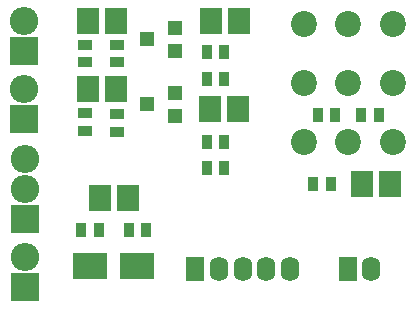
<source format=gts>
G04 #@! TF.FileFunction,Soldermask,Top*
%FSLAX46Y46*%
G04 Gerber Fmt 4.6, Leading zero omitted, Abs format (unit mm)*
G04 Created by KiCad (PCBNEW 4.0.4-1.fc24-product) date Thu Mar  1 09:38:40 2018*
%MOMM*%
%LPD*%
G01*
G04 APERTURE LIST*
%ADD10C,0.100000*%
%ADD11C,2.200000*%
%ADD12R,1.600000X2.100000*%
%ADD13O,1.600000X2.100000*%
%ADD14O,2.398980X2.398980*%
%ADD15R,2.398980X2.398980*%
%ADD16R,0.900000X1.300000*%
%ADD17R,1.949400X2.200860*%
%ADD18R,1.300000X1.200000*%
%ADD19R,1.300000X0.900000*%
%ADD20R,2.899360X2.200860*%
G04 APERTURE END LIST*
D10*
D11*
X159600000Y-80100000D03*
X155850000Y-80100000D03*
X152100000Y-80100000D03*
X159600000Y-85100000D03*
X155850000Y-85100000D03*
X152100000Y-85100000D03*
X152100000Y-90100000D03*
X155850000Y-90100000D03*
X159600000Y-90100000D03*
D12*
X155800000Y-100800000D03*
D13*
X157800000Y-100800000D03*
D12*
X142900000Y-100800000D03*
D13*
X144900000Y-100800000D03*
X146900000Y-100800000D03*
X148900000Y-100800000D03*
X150900000Y-100800000D03*
D14*
X128405024Y-85573844D03*
D15*
X128405024Y-88113844D03*
D14*
X128500000Y-91500000D03*
D15*
X128500000Y-96580000D03*
D14*
X128500000Y-94040000D03*
D16*
X133250000Y-97500000D03*
X134750000Y-97500000D03*
D14*
X128400000Y-79860000D03*
D15*
X128400000Y-82400000D03*
D14*
X128500000Y-99860000D03*
D15*
X128500000Y-102400000D03*
D17*
X136176020Y-79800000D03*
X133823980Y-79800000D03*
X136176020Y-85600000D03*
X133823980Y-85600000D03*
X144223980Y-79800000D03*
X146576020Y-79800000D03*
X144123980Y-87300000D03*
X146476020Y-87300000D03*
X134823980Y-94800000D03*
X137176020Y-94800000D03*
X157000000Y-93600000D03*
X159352040Y-93600000D03*
D18*
X141200000Y-82350000D03*
X141200000Y-80450000D03*
X138800000Y-81400000D03*
X141200000Y-87850000D03*
X141200000Y-85950000D03*
X138800000Y-86900000D03*
D19*
X133600000Y-81850000D03*
X133600000Y-83350000D03*
X133600000Y-87650000D03*
X133600000Y-89150000D03*
X136300000Y-81850000D03*
X136300000Y-83350000D03*
X136300000Y-87700000D03*
X136300000Y-89200000D03*
D16*
X137250000Y-97500000D03*
X138750000Y-97500000D03*
X154350000Y-93600000D03*
X152850000Y-93600000D03*
X158450000Y-87800000D03*
X156950000Y-87800000D03*
X154750000Y-87800000D03*
X153250000Y-87800000D03*
D20*
X134001020Y-100600000D03*
X137998980Y-100600000D03*
D16*
X143850000Y-84750000D03*
X145350000Y-84750000D03*
X145350000Y-92300000D03*
X143850000Y-92300000D03*
X145350000Y-82500000D03*
X143850000Y-82500000D03*
X145350000Y-90100000D03*
X143850000Y-90100000D03*
M02*

</source>
